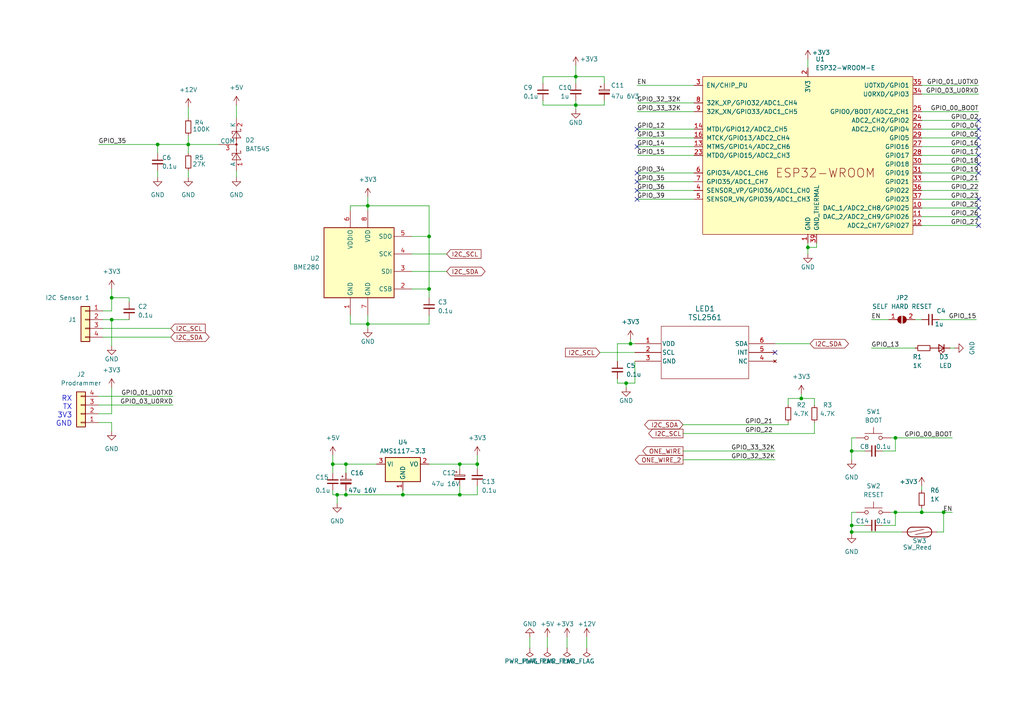
<source format=kicad_sch>
(kicad_sch (version 20230121) (generator eeschema)
  (paper "A4")
  (lib_symbols
    (symbol "1Display2:TSL25723FN" (pin_names (offset 0.254))
      (property "Reference" "LED" (at 20.32 10.16 0))
      (property "Value" "TSL25723FN" (at 20.32 7.62 0))
      (symbol "TSL25723FN_0_1"
        (polyline (pts (xy 7.62 -10.16) (xy 33.02 -10.16)) (stroke (width 0.127)))
        (polyline (pts (xy 7.62 5.08) (xy 7.62 -10.16)) (stroke (width 0.127)))
        (polyline (pts (xy 33.02 -10.16) (xy 33.02 5.08)) (stroke (width 0.127)))
        (polyline (pts (xy 33.02 5.08) (xy 7.62 5.08)) (stroke (width 0.127)))
        (pin power_in line (at 0 0 0) (length 7.62) (name "VDD") (number "1"))
        (pin unspecified line (at 0 -2.54 0) (length 7.62) (name "SCL") (number "2"))
        (pin power_out line (at 0 -5.08 0) (length 7.62) (name "GND") (number "3"))
        (pin no_connect line (at 40.64 -5.08 180) (length 7.62) (name "NC") (number "4"))
        (pin input line (at 40.64 -2.54 180) (length 7.62) (name "INT") (number "5"))
        (pin unspecified line (at 40.64 0 180) (length 7.62) (name "SDA") (number "6"))
      )
    )
    (symbol "Connector_Generic:Conn_01x04" (pin_names (offset 1.016) hide)
      (property "Reference" "J" (at 0 5.08 0))
      (property "Value" "Conn_01x04" (at 0 -7.62 0))
      (symbol "Conn_01x04_1_1"
        (rectangle (start -1.27 -4.953) (end 0 -5.207) (stroke (width 0.1524)))
        (rectangle (start -1.27 -2.413) (end 0 -2.667) (stroke (width 0.1524)))
        (rectangle (start -1.27 0.127) (end 0 -0.127) (stroke (width 0.1524)))
        (rectangle (start -1.27 2.667) (end 0 2.413) (stroke (width 0.1524)))
        (rectangle (start -1.27 3.81) (end 1.27 -6.35) (stroke (width 0.254)) (fill (type background)))
        (pin passive line (at -5.08 2.54 0) (length 3.81) (name "Pin_1") (number "1"))
        (pin passive line (at -5.08 0 0) (length 3.81) (name "Pin_2") (number "2"))
        (pin passive line (at -5.08 -2.54 0) (length 3.81) (name "Pin_3") (number "3"))
        (pin passive line (at -5.08 -5.08 0) (length 3.81) (name "Pin_4") (number "4"))
      )
    )
    (symbol "Device:C_Polarized_Small" (pin_numbers hide) (pin_names (offset 0.254) hide)
      (property "Reference" "C" (at 0.254 1.778 0))
      (property "Value" "C_Polarized_Small" (at 0.254 -2.032 0))
      (symbol "C_Polarized_Small_0_1"
        (rectangle (start -1.524 -0.3048) (end 1.524 -0.6858) (fill (type outline)))
        (rectangle (start -1.524 0.6858) (end 1.524 0.3048))
        (polyline (pts (xy -1.27 1.524) (xy -0.762 1.524)))
        (polyline (pts (xy -1.016 1.27) (xy -1.016 1.778)))
      )
      (symbol "C_Polarized_Small_1_1"
        (pin passive line (at 0 2.54 270) (length 1.8542) (name "~") (number "1"))
        (pin passive line (at 0 -2.54 90) (length 1.8542) (name "~") (number "2"))
      )
    )
    (symbol "Device:C_Small" (pin_numbers hide) (pin_names (offset 0.254) hide)
      (property "Reference" "C" (at 0.254 1.778 0))
      (property "Value" "C_Small" (at 0.254 -2.032 0))
      (symbol "C_Small_0_1"
        (polyline (pts (xy -1.524 -0.508) (xy 1.524 -0.508)) (stroke (width 0.3302)))
        (polyline (pts (xy -1.524 0.508) (xy 1.524 0.508)) (stroke (width 0.3048)))
      )
      (symbol "C_Small_1_1"
        (pin passive line (at 0 2.54 270) (length 2.032) (name "~") (number "1"))
        (pin passive line (at 0 -2.54 90) (length 2.032) (name "~") (number "2"))
      )
    )
    (symbol "Device:LED_Small" (pin_numbers hide) (pin_names (offset 0.254) hide)
      (property "Reference" "D" (at -1.27 3.175 0))
      (property "Value" "LED_Small" (at -4.445 -2.54 0))
      (symbol "LED_Small_0_1"
        (polyline (pts (xy -0.762 -1.016) (xy -0.762 1.016)) (stroke (width 0.254)))
        (polyline (pts (xy 1.016 0) (xy -0.762 0)))
        (polyline (pts (xy 0.762 -1.016) (xy -0.762 0) (xy 0.762 1.016) (xy 0.762 -1.016)) (stroke (width 0.254)))
        (polyline (pts (xy 0 0.762) (xy -0.508 1.27) (xy -0.254 1.27) (xy -0.508 1.27) (xy -0.508 1.016)))
        (polyline (pts (xy 0.508 1.27) (xy 0 1.778) (xy 0.254 1.778) (xy 0 1.778) (xy 0 1.524)))
      )
      (symbol "LED_Small_1_1"
        (pin passive line (at -2.54 0 0) (length 1.778) (name "K") (number "1"))
        (pin passive line (at 2.54 0 180) (length 1.778) (name "A") (number "2"))
      )
    )
    (symbol "Device:R_Small" (pin_numbers hide) (pin_names (offset 0.254) hide)
      (property "Reference" "R" (at 0.762 0.508 0))
      (property "Value" "R_Small" (at 0.762 -1.016 0))
      (symbol "R_Small_0_1"
        (rectangle (start -0.762 1.778) (end 0.762 -1.778) (stroke (width 0.2032)))
      )
      (symbol "R_Small_1_1"
        (pin passive line (at 0 2.54 270) (length 0.762) (name "~") (number "1"))
        (pin passive line (at 0 -2.54 90) (length 0.762) (name "~") (number "2"))
      )
    )
    (symbol "Diode:BAT54S" (pin_names (offset 0))
      (property "Reference" "D" (at 2.54 -5.08 0))
      (property "Value" "BAT54S" (at -6.35 3.175 0))
      (symbol "BAT54S_0_1"
        (polyline (pts (xy -3.81 0) (xy -1.27 0)))
        (polyline (pts (xy -3.175 -1.27) (xy -3.175 -1.016)))
        (polyline (pts (xy -2.54 -1.27) (xy -3.175 -1.27)))
        (polyline (pts (xy -2.54 -1.27) (xy -2.54 1.27)))
        (polyline (pts (xy -2.54 1.27) (xy -1.905 1.27)))
        (polyline (pts (xy -1.905 0) (xy 1.905 0)))
        (polyline (pts (xy -1.905 1.27) (xy -1.905 1.016)))
        (polyline (pts (xy 1.27 0) (xy 3.81 0)))
        (polyline (pts (xy 3.175 -1.27) (xy 3.175 -1.016)))
        (polyline (pts (xy 3.81 -1.27) (xy 3.175 -1.27)))
        (polyline (pts (xy 3.81 -1.27) (xy 3.81 1.27)))
        (polyline (pts (xy 3.81 1.27) (xy 4.445 1.27)))
        (polyline (pts (xy 4.445 1.27) (xy 4.445 1.016)))
        (polyline (pts (xy -4.445 1.27) (xy -4.445 -1.27) (xy -2.54 0) (xy -4.445 1.27)))
        (polyline (pts (xy 1.905 1.27) (xy 1.905 -1.27) (xy 3.81 0) (xy 1.905 1.27)))
        (circle (center 0 0) (radius 0.254) (fill (type outline)))
      )
      (symbol "BAT54S_1_1"
        (pin passive line (at -7.62 0 0) (length 3.81) (name "A") (number "1"))
        (pin passive line (at 7.62 0 180) (length 3.81) (name "K") (number "2"))
        (pin passive line (at 0 -5.08 90) (length 5.08) (name "COM") (number "3"))
      )
    )
    (symbol "Jumper:SolderJumper_2_Open" (pin_names (offset 0) hide)
      (property "Reference" "JP" (at 0 2.032 0))
      (property "Value" "SolderJumper_2_Open" (at 0 -2.54 0))
      (symbol "SolderJumper_2_Open_0_1"
        (arc (start -0.254 1.016) (mid -1.2656 0) (end -0.254 -1.016))
        (arc (start -0.254 1.016) (mid -1.2656 0) (end -0.254 -1.016) (fill (type outline)))
        (polyline (pts (xy -0.254 1.016) (xy -0.254 -1.016)))
        (polyline (pts (xy 0.254 1.016) (xy 0.254 -1.016)))
        (arc (start 0.254 -1.016) (mid 1.2656 0) (end 0.254 1.016))
        (arc (start 0.254 -1.016) (mid 1.2656 0) (end 0.254 1.016) (fill (type outline)))
      )
      (symbol "SolderJumper_2_Open_1_1"
        (pin passive line (at -3.81 0 0) (length 2.54) (name "A") (number "1"))
        (pin passive line (at 3.81 0 180) (length 2.54) (name "B") (number "2"))
      )
    )
    (symbol "PCM_Espressif:ESP32-WROOM-E" (pin_names (offset 1.016))
      (property "Reference" "U" (at -30.48 27.94 0))
      (property "Value" "ESP32-WROOM-E" (at -30.48 25.4 0))
      (symbol "ESP32-WROOM-E_0_1"
        (rectangle (start -30.48 22.86) (end 30.48 -22.86) (fill (type background)))
      )
      (symbol "ESP32-WROOM-E_1_1"
        (text "ESP32-­WROOM­" (at 5.08 -5.08 0) (effects (font (size 2.54 2.54))))
        (pin power_in line (at 0 -25.4 90) (length 2.54) (name "GND") (number "1"))
        (pin bidirectional line (at 33.02 -15.24 180) (length 2.54) (name "DAC_1/ADC2_CH8/GPIO25") (number "10"))
        (pin bidirectional line (at 33.02 -17.78 180) (length 2.54) (name "DAC_2/ADC2_CH9/GPIO26") (number "11"))
        (pin bidirectional line (at 33.02 -20.32 180) (length 2.54) (name "ADC2_CH7/GPIO27") (number "12"))
        (pin bidirectional line (at -33.02 2.54 0) (length 2.54) (name "MTMS/GPIO14/ADC2_CH6") (number "13"))
        (pin bidirectional line (at -33.02 7.62 0) (length 2.54) (name "MTDI/GPIO12/ADC2_CH5") (number "14"))
        (pin passive line (at 0 -25.4 90) (length 2.54) hide (name "GND") (number "15"))
        (pin bidirectional line (at -33.02 5.08 0) (length 2.54) (name "MTCK/GPIO13/ADC2_CH4") (number "16"))
        (pin power_in line (at 0 25.4 270) (length 2.54) (name "3V3") (number "2"))
        (pin bidirectional line (at -33.02 0 0) (length 2.54) (name "MTDO/GPIO15/ADC2_CH3") (number "23"))
        (pin bidirectional line (at 33.02 10.16 180) (length 2.54) (name "ADC2_CH2/GPIO2") (number "24"))
        (pin bidirectional line (at 33.02 12.7 180) (length 2.54) (name "GPIO0/BOOT/ADC2_CH1") (number "25"))
        (pin bidirectional line (at 33.02 7.62 180) (length 2.54) (name "ADC2_CH0/GPIO4") (number "26"))
        (pin bidirectional line (at 33.02 2.54 180) (length 2.54) (name "GPIO16") (number "27"))
        (pin bidirectional line (at 33.02 0 180) (length 2.54) (name "GPIO17") (number "28"))
        (pin bidirectional line (at 33.02 5.08 180) (length 2.54) (name "GPIO5") (number "29"))
        (pin input line (at -33.02 20.32 0) (length 2.54) (name "EN/CHIP_PU") (number "3"))
        (pin bidirectional line (at 33.02 -2.54 180) (length 2.54) (name "GPIO18") (number "30"))
        (pin bidirectional line (at 33.02 -5.08 180) (length 2.54) (name "GPIO19") (number "31"))
        (pin bidirectional line (at 33.02 -7.62 180) (length 2.54) (name "GPIO21") (number "33"))
        (pin bidirectional line (at 33.02 17.78 180) (length 2.54) (name "U0RXD/GPIO3") (number "34"))
        (pin bidirectional line (at 33.02 20.32 180) (length 2.54) (name "U0TXD/GPIO1") (number "35"))
        (pin bidirectional line (at 33.02 -10.16 180) (length 2.54) (name "GPIO22") (number "36"))
        (pin bidirectional line (at 33.02 -12.7 180) (length 2.54) (name "GPIO23") (number "37"))
        (pin passive line (at 0 -25.4 90) (length 2.54) hide (name "GND") (number "38"))
        (pin power_in line (at 2.54 -25.4 90) (length 2.54) (name "GND_THERMAL") (number "39"))
        (pin input line (at -33.02 -10.16 0) (length 2.54) (name "SENSOR_VP/GPIO36/ADC1_CH0") (number "4"))
        (pin input line (at -33.02 -12.7 0) (length 2.54) (name "SENSOR_VN/GPIO39/ADC1_CH3") (number "5"))
        (pin input line (at -33.02 -5.08 0) (length 2.54) (name "GPIO34/ADC1_CH6") (number "6"))
        (pin input line (at -33.02 -7.62 0) (length 2.54) (name "GPIO35/ADC1_CH7") (number "7"))
        (pin bidirectional line (at -33.02 15.24 0) (length 2.54) (name "32K_XP/GPIO32/ADC1_CH4") (number "8"))
        (pin bidirectional line (at -33.02 12.7 0) (length 2.54) (name "32K_XN/GPIO33/ADC1_CH5") (number "9"))
      )
    )
    (symbol "Regulator_Linear:AMS1117-5.0"
      (property "Reference" "U" (at -3.81 3.175 0))
      (property "Value" "AMS1117-5.0" (at 0 3.175 0))
      (symbol "AMS1117-5.0_0_1"
        (rectangle (start -5.08 -5.08) (end 5.08 1.905) (stroke (width 0.254)) (fill (type background)))
      )
      (symbol "AMS1117-5.0_1_1"
        (pin power_in line (at 0 -7.62 90) (length 2.54) (name "GND") (number "1"))
        (pin power_out line (at 7.62 0 180) (length 2.54) (name "VO") (number "2"))
        (pin power_in line (at -7.62 0 0) (length 2.54) (name "VI") (number "3"))
      )
    )
    (symbol "Sensor:BME280"
      (property "Reference" "U" (at -8.89 11.43 0))
      (property "Value" "BME280" (at 7.62 11.43 0))
      (symbol "BME280_0_1"
        (rectangle (start -10.16 10.16) (end 10.16 -10.16) (stroke (width 0.254)) (fill (type background)))
      )
      (symbol "BME280_1_1"
        (pin power_in line (at -2.54 -15.24 90) (length 5.08) (name "GND") (number "1"))
        (pin input line (at 15.24 -7.62 180) (length 5.08) (name "CSB") (number "2"))
        (pin bidirectional line (at 15.24 -2.54 180) (length 5.08) (name "SDI") (number "3"))
        (pin input line (at 15.24 2.54 180) (length 5.08) (name "SCK") (number "4"))
        (pin bidirectional line (at 15.24 7.62 180) (length 5.08) (name "SDO") (number "5"))
        (pin power_in line (at -2.54 15.24 270) (length 5.08) (name "VDDIO") (number "6"))
        (pin power_in line (at 2.54 -15.24 90) (length 5.08) (name "GND") (number "7"))
        (pin power_in line (at 2.54 15.24 270) (length 5.08) (name "VDD") (number "8"))
      )
    )
    (symbol "Switch:SW_Push" (pin_numbers hide) (pin_names (offset 1.016) hide)
      (property "Reference" "SW" (at 1.27 2.54 0))
      (property "Value" "SW_Push" (at 0 -1.524 0))
      (symbol "SW_Push_0_1"
        (circle (center -2.032 0) (radius 0.508))
        (polyline (pts (xy 0 1.27) (xy 0 3.048)))
        (polyline (pts (xy 2.54 1.27) (xy -2.54 1.27)))
        (circle (center 2.032 0) (radius 0.508))
        (pin passive line (at -5.08 0 0) (length 2.54) (name "1") (number "1"))
        (pin passive line (at 5.08 0 180) (length 2.54) (name "2") (number "2"))
      )
    )
    (symbol "Switch:SW_Reed" (pin_numbers hide) (pin_names (offset 0) hide)
      (property "Reference" "SW" (at 0 2.54 0))
      (property "Value" "SW_Reed" (at 0 -2.54 0))
      (symbol "SW_Reed_0_0"
        (arc (start -2.159 1.397) (mid -3.55 0) (end -2.159 -1.397) (stroke (width 0.254)))
        (polyline (pts (xy -2.54 0) (xy 1.27 0.762)))
        (polyline (pts (xy -2.159 -1.397) (xy 2.286 -1.397)) (stroke (width 0.254)))
        (polyline (pts (xy 2.159 1.397) (xy -2.159 1.397)) (stroke (width 0.254)))
        (polyline (pts (xy 2.54 0) (xy -1.27 -0.762)))
        (arc (start 2.159 -1.397) (mid 3.55 0) (end 2.159 1.397) (stroke (width 0.254)))
      )
      (symbol "SW_Reed_1_1"
        (pin passive line (at -5.08 0 0) (length 2.54) (name "1") (number "1"))
        (pin passive line (at 5.08 0 180) (length 2.54) (name "2") (number "2"))
      )
    )
    (symbol "power:+12V" (power) (pin_names (offset 0))
      (property "Value" "+12V" (at 0 3.556 0))
      (symbol "+12V_0_1"
        (polyline (pts (xy -0.762 1.27) (xy 0 2.54)))
        (polyline (pts (xy 0 0) (xy 0 2.54)))
        (polyline (pts (xy 0 2.54) (xy 0.762 1.27)))
      )
      (symbol "+12V_1_1"
        (pin power_in line (at 0 0 90) (length 0) hide (name "+12V") (number "1"))
      )
    )
    (symbol "power:+3V3" (power) (pin_names (offset 0))
      (property "Value" "+3V3" (at 0 3.556 0))
      (symbol "+3V3_0_1"
        (polyline (pts (xy -0.762 1.27) (xy 0 2.54)))
        (polyline (pts (xy 0 0) (xy 0 2.54)))
        (polyline (pts (xy 0 2.54) (xy 0.762 1.27)))
      )
      (symbol "+3V3_1_1"
        (pin power_in line (at 0 0 90) (length 0) hide (name "+3V3") (number "1"))
      )
    )
    (symbol "power:+5V" (power) (pin_names (offset 0))
      (property "Value" "+5V" (at 0 3.556 0))
      (symbol "+5V_0_1"
        (polyline (pts (xy -0.762 1.27) (xy 0 2.54)))
        (polyline (pts (xy 0 0) (xy 0 2.54)))
        (polyline (pts (xy 0 2.54) (xy 0.762 1.27)))
      )
      (symbol "+5V_1_1"
        (pin power_in line (at 0 0 90) (length 0) hide (name "+5V") (number "1"))
      )
    )
    (symbol "power:GND" (power) (pin_names (offset 0))
      (property "Value" "GND" (at 0 -3.81 0))
      (symbol "GND_0_1"
        (polyline (pts (xy 0 0) (xy 0 -1.27) (xy 1.27 -1.27) (xy 0 -2.54) (xy -1.27 -1.27) (xy 0 -1.27)))
      )
      (symbol "GND_1_1"
        (pin power_in line (at 0 0 270) (length 0) hide (name "GND") (number "1"))
      )
    )
    (symbol "power:PWR_FLAG" (power) (pin_numbers hide) (pin_names (offset 0) hide)
      (property "Value" "PWR_FLAG" (at 0 3.81 0))
      (symbol "PWR_FLAG_0_0"
        (pin power_out line (at 0 0 90) (length 0) (name "pwr") (number "1"))
      )
      (symbol "PWR_FLAG_0_1"
        (polyline (pts (xy 0 0) (xy 0 1.27) (xy -1.016 1.905) (xy 0 2.54) (xy 1.016 1.905) (xy 0 1.27)))
      )
    )
  )
  (junction (at 182.88 99.695))
  (junction (at 45.72 41.91))
  (junction (at 106.68 59.69))
  (junction (at 259.715 148.59))
  (junction (at 232.41 115.57))
  (junction (at 247.015 154.305))
  (junction (at 124.46 83.82))
  (junction (at 54.61 41.91))
  (junction (at 32.385 86.36))
  (junction (at 133.35 134.62))
  (junction (at 247.015 152.4))
  (junction (at 96.52 134.62))
  (junction (at 167.005 30.48))
  (junction (at 267.335 148.59))
  (junction (at 273.685 148.59))
  (junction (at 234.315 71.755))
  (junction (at 100.33 134.62))
  (junction (at 100.33 143.51))
  (junction (at 32.385 92.71))
  (junction (at 247.015 130.81))
  (junction (at 124.46 68.58))
  (junction (at 138.43 134.62))
  (junction (at 259.715 127))
  (junction (at 167.005 22.225))
  (junction (at 106.68 93.98))
  (junction (at 116.84 143.51))
  (junction (at 133.35 143.51))
  (junction (at 181.61 111.125))
  (junction (at 97.79 143.51))
  (no_connect (at 283.845 34.925))
  (no_connect (at 184.785 55.245))
  (no_connect (at 184.785 50.165))
  (no_connect (at 184.785 37.465))
  (no_connect (at 283.845 60.325))
  (no_connect (at 283.845 37.465))
  (no_connect (at 283.845 50.165))
  (no_connect (at 283.845 47.625))
  (no_connect (at 184.785 52.705))
  (no_connect (at 283.845 62.865))
  (no_connect (at 224.79 102.235))
  (no_connect (at 283.845 40.005))
  (no_connect (at 283.845 42.545))
  (no_connect (at 184.785 42.545))
  (no_connect (at 283.845 57.785))
  (no_connect (at 184.785 57.785))
  (no_connect (at 283.845 65.405))
  (no_connect (at 283.845 45.085))
  (wire (pts (xy 184.785 57.785) (xy 201.295 57.785)))
  (wire (pts (xy 255.905 152.4) (xy 259.715 152.4)))
  (wire (pts (xy 267.335 40.005) (xy 283.845 40.005)))
  (wire (pts (xy 267.335 55.245) (xy 283.845 55.245)))
  (wire (pts (xy 259.715 127) (xy 258.445 127)))
  (wire (pts (xy 116.84 142.24) (xy 116.84 143.51)))
  (wire (pts (xy 29.845 95.25) (xy 49.53 95.25)))
  (wire (pts (xy 179.07 111.125) (xy 179.07 109.855)))
  (wire (pts (xy 32.385 90.17) (xy 32.385 86.36)))
  (wire (pts (xy 175.26 24.13) (xy 175.26 22.225)))
  (wire (pts (xy 184.785 52.705) (xy 201.295 52.705)))
  (wire (pts (xy 272.415 92.71) (xy 283.21 92.71)))
  (wire (pts (xy 275.59 100.965) (xy 276.86 100.965)))
  (wire (pts (xy 138.43 132.08) (xy 138.43 134.62)))
  (wire (pts (xy 124.46 93.98) (xy 124.46 91.44)))
  (wire (pts (xy 68.58 30.48) (xy 68.58 34.29)))
  (wire (pts (xy 252.73 100.965) (xy 265.43 100.965)))
  (wire (pts (xy 54.61 49.53) (xy 54.61 51.435)))
  (wire (pts (xy 37.465 86.36) (xy 32.385 86.36)))
  (wire (pts (xy 106.68 93.98) (xy 106.68 95.25)))
  (wire (pts (xy 267.335 27.305) (xy 283.845 27.305)))
  (wire (pts (xy 250.825 152.4) (xy 247.015 152.4)))
  (wire (pts (xy 250.825 130.81) (xy 247.015 130.81)))
  (wire (pts (xy 182.88 98.425) (xy 182.88 99.695)))
  (wire (pts (xy 29.845 97.79) (xy 49.53 97.79)))
  (wire (pts (xy 68.58 49.53) (xy 68.58 51.435)))
  (wire (pts (xy 273.685 154.305) (xy 273.685 148.59)))
  (wire (pts (xy 184.785 50.165) (xy 201.295 50.165)))
  (wire (pts (xy 133.35 143.51) (xy 138.43 143.51)))
  (wire (pts (xy 236.855 71.755) (xy 234.315 71.755)))
  (wire (pts (xy 32.385 112.395) (xy 32.385 120.015)))
  (wire (pts (xy 236.22 115.57) (xy 232.41 115.57)))
  (wire (pts (xy 97.79 143.51) (xy 96.52 143.51)))
  (wire (pts (xy 175.26 29.21) (xy 175.26 30.48)))
  (wire (pts (xy 247.015 127) (xy 248.285 127)))
  (wire (pts (xy 32.385 120.015) (xy 28.575 120.015)))
  (wire (pts (xy 124.46 134.62) (xy 133.35 134.62)))
  (wire (pts (xy 45.72 49.53) (xy 45.72 51.435)))
  (wire (pts (xy 119.38 68.58) (xy 124.46 68.58)))
  (wire (pts (xy 96.52 134.62) (xy 96.52 137.16)))
  (wire (pts (xy 181.61 112.395) (xy 181.61 111.125)))
  (wire (pts (xy 157.48 22.225) (xy 157.48 24.13)))
  (wire (pts (xy 157.48 30.48) (xy 157.48 29.21)))
  (wire (pts (xy 32.385 122.555) (xy 32.385 125.095)))
  (wire (pts (xy 133.35 140.97) (xy 133.35 143.51)))
  (wire (pts (xy 45.72 41.91) (xy 54.61 41.91)))
  (wire (pts (xy 96.52 143.51) (xy 96.52 142.24)))
  (wire (pts (xy 247.015 148.59) (xy 248.285 148.59)))
  (wire (pts (xy 247.015 130.81) (xy 247.015 133.35)))
  (wire (pts (xy 184.15 102.235) (xy 173.99 102.235)))
  (wire (pts (xy 198.12 125.73) (xy 236.22 125.73)))
  (wire (pts (xy 267.335 32.385) (xy 283.845 32.385)))
  (wire (pts (xy 267.335 57.785) (xy 283.845 57.785)))
  (wire (pts (xy 267.335 45.085) (xy 283.845 45.085)))
  (wire (pts (xy 106.68 93.98) (xy 124.46 93.98)))
  (wire (pts (xy 198.12 123.19) (xy 228.6 123.19)))
  (wire (pts (xy 184.785 42.545) (xy 201.295 42.545)))
  (wire (pts (xy 247.015 154.305) (xy 247.015 154.94)))
  (wire (pts (xy 133.35 134.62) (xy 138.43 134.62)))
  (wire (pts (xy 32.385 92.71) (xy 37.465 92.71)))
  (wire (pts (xy 175.26 22.225) (xy 167.005 22.225)))
  (wire (pts (xy 167.005 22.225) (xy 167.005 24.13)))
  (wire (pts (xy 106.68 59.69) (xy 101.6 59.69)))
  (wire (pts (xy 184.785 29.845) (xy 201.295 29.845)))
  (wire (pts (xy 267.335 50.165) (xy 283.845 50.165)))
  (wire (pts (xy 100.33 142.24) (xy 100.33 143.51)))
  (wire (pts (xy 267.335 65.405) (xy 283.845 65.405)))
  (wire (pts (xy 124.46 68.58) (xy 124.46 83.82)))
  (wire (pts (xy 267.335 24.765) (xy 283.845 24.765)))
  (wire (pts (xy 167.005 30.48) (xy 175.26 30.48)))
  (wire (pts (xy 234.315 71.755) (xy 234.315 73.66)))
  (wire (pts (xy 167.005 31.75) (xy 167.005 30.48)))
  (wire (pts (xy 184.785 37.465) (xy 201.295 37.465)))
  (wire (pts (xy 101.6 93.98) (xy 106.68 93.98)))
  (wire (pts (xy 224.79 99.695) (xy 234.95 99.695)))
  (wire (pts (xy 138.43 143.51) (xy 138.43 140.97)))
  (wire (pts (xy 100.33 143.51) (xy 116.84 143.51)))
  (wire (pts (xy 170.18 184.785) (xy 170.18 187.96)))
  (wire (pts (xy 54.61 41.91) (xy 63.5 41.91)))
  (wire (pts (xy 37.465 87.63) (xy 37.465 86.36)))
  (wire (pts (xy 28.575 114.935) (xy 50.165 114.935)))
  (wire (pts (xy 252.73 92.71) (xy 257.81 92.71)))
  (wire (pts (xy 267.335 148.59) (xy 273.685 148.59)))
  (wire (pts (xy 100.33 134.62) (xy 109.22 134.62)))
  (wire (pts (xy 124.46 59.69) (xy 124.46 68.58)))
  (wire (pts (xy 267.335 140.97) (xy 267.335 142.24)))
  (wire (pts (xy 273.685 148.59) (xy 276.225 148.59)))
  (wire (pts (xy 234.315 17.145) (xy 234.315 19.685)))
  (wire (pts (xy 267.335 37.465) (xy 283.845 37.465)))
  (wire (pts (xy 184.15 111.125) (xy 181.61 111.125)))
  (wire (pts (xy 97.79 143.51) (xy 97.79 146.05)))
  (wire (pts (xy 32.385 100.33) (xy 32.385 92.71)))
  (wire (pts (xy 228.6 115.57) (xy 228.6 117.475)))
  (wire (pts (xy 267.335 62.865) (xy 283.845 62.865)))
  (wire (pts (xy 259.715 152.4) (xy 259.715 148.59)))
  (wire (pts (xy 106.68 59.69) (xy 124.46 59.69)))
  (wire (pts (xy 116.84 143.51) (xy 133.35 143.51)))
  (wire (pts (xy 164.465 184.785) (xy 164.465 187.96)))
  (wire (pts (xy 267.335 60.325) (xy 283.845 60.325)))
  (wire (pts (xy 236.855 70.485) (xy 236.855 71.755)))
  (wire (pts (xy 54.61 39.37) (xy 54.61 41.91)))
  (wire (pts (xy 181.61 111.125) (xy 179.07 111.125)))
  (wire (pts (xy 255.905 130.81) (xy 259.715 130.81)))
  (wire (pts (xy 179.07 99.695) (xy 182.88 99.695)))
  (wire (pts (xy 32.385 83.82) (xy 32.385 86.36)))
  (wire (pts (xy 184.785 55.245) (xy 201.295 55.245)))
  (wire (pts (xy 267.335 47.625) (xy 283.845 47.625)))
  (wire (pts (xy 54.61 41.91) (xy 54.61 44.45)))
  (wire (pts (xy 124.46 83.82) (xy 124.46 86.36)))
  (wire (pts (xy 138.43 134.62) (xy 138.43 135.89)))
  (wire (pts (xy 100.33 143.51) (xy 97.79 143.51)))
  (wire (pts (xy 184.785 32.385) (xy 201.295 32.385)))
  (wire (pts (xy 236.22 115.57) (xy 236.22 117.475)))
  (wire (pts (xy 106.68 57.15) (xy 106.68 59.69)))
  (wire (pts (xy 179.07 104.775) (xy 179.07 99.695)))
  (wire (pts (xy 267.335 52.705) (xy 283.845 52.705)))
  (wire (pts (xy 247.015 130.81) (xy 247.015 127)))
  (wire (pts (xy 101.6 91.44) (xy 101.6 93.98)))
  (wire (pts (xy 247.015 152.4) (xy 247.015 148.59)))
  (wire (pts (xy 167.005 19.05) (xy 167.005 22.225)))
  (wire (pts (xy 45.72 41.91) (xy 45.72 44.45)))
  (wire (pts (xy 124.46 83.82) (xy 119.38 83.82)))
  (wire (pts (xy 119.38 73.66) (xy 129.54 73.66)))
  (wire (pts (xy 259.715 148.59) (xy 258.445 148.59)))
  (wire (pts (xy 45.72 41.91) (xy 28.575 41.91)))
  (wire (pts (xy 32.385 92.71) (xy 29.845 92.71)))
  (wire (pts (xy 267.335 34.925) (xy 283.845 34.925)))
  (wire (pts (xy 259.715 127) (xy 276.225 127)))
  (wire (pts (xy 119.38 78.74) (xy 129.54 78.74)))
  (wire (pts (xy 133.35 134.62) (xy 133.35 135.89)))
  (wire (pts (xy 28.575 117.475) (xy 50.165 117.475)))
  (wire (pts (xy 198.12 133.35) (xy 224.79 133.35)))
  (wire (pts (xy 184.785 24.765) (xy 201.295 24.765)))
  (wire (pts (xy 228.6 122.555) (xy 228.6 123.19)))
  (wire (pts (xy 247.015 152.4) (xy 247.015 154.305)))
  (wire (pts (xy 106.68 60.96) (xy 106.68 59.69)))
  (wire (pts (xy 247.015 154.305) (xy 261.62 154.305)))
  (wire (pts (xy 267.335 42.545) (xy 283.845 42.545)))
  (wire (pts (xy 106.68 91.44) (xy 106.68 93.98)))
  (wire (pts (xy 267.335 147.32) (xy 267.335 148.59)))
  (wire (pts (xy 153.67 184.785) (xy 153.67 187.96)))
  (wire (pts (xy 28.575 122.555) (xy 32.385 122.555)))
  (wire (pts (xy 54.61 31.115) (xy 54.61 34.29)))
  (wire (pts (xy 224.79 130.81) (xy 198.12 130.81)))
  (wire (pts (xy 96.52 132.08) (xy 96.52 134.62)))
  (wire (pts (xy 259.715 148.59) (xy 267.335 148.59)))
  (wire (pts (xy 232.41 114.3) (xy 232.41 115.57)))
  (wire (pts (xy 184.785 40.005) (xy 201.295 40.005)))
  (wire (pts (xy 100.33 134.62) (xy 100.33 137.16)))
  (wire (pts (xy 232.41 115.57) (xy 228.6 115.57)))
  (wire (pts (xy 167.005 29.21) (xy 167.005 30.48)))
  (wire (pts (xy 29.845 90.17) (xy 32.385 90.17)))
  (wire (pts (xy 265.43 92.71) (xy 267.335 92.71)))
  (wire (pts (xy 236.22 122.555) (xy 236.22 125.73)))
  (wire (pts (xy 101.6 59.69) (xy 101.6 60.96)))
  (wire (pts (xy 184.785 45.085) (xy 201.295 45.085)))
  (wire (pts (xy 234.315 70.485) (xy 234.315 71.755)))
  (wire (pts (xy 167.005 22.225) (xy 157.48 22.225)))
  (wire (pts (xy 157.48 30.48) (xy 167.005 30.48)))
  (wire (pts (xy 271.78 154.305) (xy 273.685 154.305)))
  (wire (pts (xy 96.52 134.62) (xy 100.33 134.62)))
  (wire (pts (xy 184.15 104.775) (xy 184.15 111.125)))
  (wire (pts (xy 158.75 184.785) (xy 158.75 187.96)))
  (wire (pts (xy 259.715 130.81) (xy 259.715 127)))
  (wire (pts (xy 182.88 99.695) (xy 184.15 99.695)))
  (text "RX\nTX\n3V3\nGND" (at 20.955 123.825 0) (effects (font (size 1.5 1.5)) (justify right bottom)))
  (label "GPIO_15" (at 184.785 45.085 0))
  (label "EN" (at 252.73 92.71 0))
  (label "GPIO_19" (at 283.845 50.165 180))
  (label "GPIO_33_32K" (at 224.79 130.81 180))
  (label "GPIO_03_U0RXD" (at 283.845 27.305 180))
  (label "GPIO_00_BOOT" (at 276.225 127 180))
  (label "GPIO_35" (at 28.575 41.91 0))
  (label "GPIO_39" (at 184.785 57.785 0))
  (label "GPIO_23" (at 283.845 57.785 180))
  (label "GPIO_21" (at 283.845 52.705 180))
  (label "GPIO_05" (at 283.845 40.005 180))
  (label "GPIO_33_32K" (at 184.785 32.385 0))
  (label "GPIO_01_U0TXD" (at 50.165 114.935 180))
  (label "GPIO_27" (at 283.845 65.405 180))
  (label "GPIO_32_32K" (at 224.79 133.35 180))
  (label "GPIO_32_32K" (at 184.785 29.845 0))
  (label "GPIO_12" (at 184.785 37.465 0))
  (label "GPIO_17" (at 283.845 45.085 180))
  (label "GPIO_16" (at 283.845 42.545 180))
  (label "GPIO_15" (at 283.21 92.71 180))
  (label "GPIO_02" (at 283.845 34.925 180))
  (label "GPIO_26" (at 283.845 62.865 180))
  (label "GPIO_22" (at 224.155 125.73 180))
  (label "GPIO_13" (at 252.73 100.965 0))
  (label "GPIO_18" (at 283.845 47.625 180))
  (label "GPIO_22" (at 283.845 55.245 180))
  (label "GPIO_01_U0TXD" (at 283.845 24.765 180))
  (label "EN" (at 276.225 148.59 180))
  (label "GPIO_14" (at 184.785 42.545 0))
  (label "GPIO_04" (at 283.845 37.465 180))
  (label "GPIO_34" (at 184.785 50.165 0))
  (label "EN" (at 184.785 24.765 0))
  (label "GPIO_00_BOOT" (at 283.845 32.385 180))
  (label "GPIO_21" (at 224.155 123.19 180))
  (label "GPIO_25" (at 283.845 60.325 180))
  (label "GPIO_35" (at 184.785 52.705 0))
  (label "GPIO_03_U0RXD" (at 50.165 117.475 180))
  (label "GPIO_13" (at 184.785 40.005 0))
  (label "GPIO_36" (at 184.785 55.245 0))
  (global_label "I2C_SDA" (shape bidirectional) (at 234.95 99.695 0) (property "Intersheetrefs" "${INTERSHEET_REFS}" (effects hide)))
  (global_label "ONE_WIRE" (shape output) (at 198.12 130.81 180) (property "Intersheetrefs" "${INTERSHEET_REFS}" (effects hide)))
  (global_label "I2C_SCL" (shape output) (at 198.12 125.73 180) (property "Intersheetrefs" "${INTERSHEET_REFS}" (effects hide)))
  (global_label "I2C_SDA" (shape bidirectional) (at 49.53 97.79 0) (property "Intersheetrefs" "${INTERSHEET_REFS}" (effects hide)))
  (global_label "ONE_WIRE_2" (shape output) (at 198.12 133.35 180) (property "Intersheetrefs" "${INTERSHEET_REFS}" (effects hide)))
  (global_label "I2C_SCL" (shape input) (at 129.54 73.66 0) (property "Intersheetrefs" "${INTERSHEET_REFS}" (effects hide)))
  (global_label "I2C_SDA" (shape bidirectional) (at 129.54 78.74 0) (property "Intersheetrefs" "${INTERSHEET_REFS}" (effects hide)))
  (global_label "I2C_SCL" (shape input) (at 49.53 95.25 0) (property "Intersheetrefs" "${INTERSHEET_REFS}" (effects hide)))
  (global_label "I2C_SCL" (shape input) (at 173.99 102.235 180) (property "Intersheetrefs" "${INTERSHEET_REFS}" (effects hide)))
  (global_label "I2C_SDA" (shape bidirectional) (at 198.12 123.19 180) (property "Intersheetrefs" "${INTERSHEET_REFS}" (effects hide)))
  (symbol (lib_id "power:+3V3") (at 32.385 83.82 0) (unit 1)
    (property "Reference" "#PWR08" (effects hide))
    (property "Value" "+3V3" (at 32.385 78.74 0))
    (instances (project "LED Matrix Display" (path "" (reference "#PWR08") (unit 1)) (path "" (reference "#PWR08") (unit 1))) (project "CAN_DISPLAY" (path "" (reference "#PWR?") (unit 1))))
  )
  (symbol (lib_id "power:+3V3") (at 182.88 98.425 0) (unit 1)
    (property "Reference" "#PWR010" (effects hide))
    (property "Value" "+3V3" (at 182.88 93.345 0))
    (instances (project "LED Matrix Display" (path "" (reference "#PWR010") (unit 1)) (path "" (reference "#PWR010") (unit 1))) (project "CAN_DISPLAY" (path "" (reference "#PWR?") (unit 1))))
  )
  (symbol (lib_id "power:GND") (at 106.68 95.25 0) (mirror y) (unit 1)
    (property "Reference" "#PWR09" (effects hide))
    (property "Value" "GND" (at 106.68 99.06 0))
    (instances (project "LED Matrix Display" (path "" (reference "#PWR09") (unit 1)) (path "" (reference "#PWR09") (unit 1))) (project "CAN_DISPLAY" (path "" (reference "#PWR?") (unit 1))))
  )
  (symbol (lib_id "power:GND") (at 247.015 133.35 0) (unit 1)
    (property "Reference" "#PWR020" (effects hide))
    (property "Value" "GND" (at 247.015 138.43 0))
    (instances (project "LED Matrix Display" (path "" (reference "#PWR020") (unit 1)) (path "" (reference "#PWR020") (unit 1))) (project "CAN_DISPLAY" (path "" (reference "#PWR?") (unit 1))))
  )
  (symbol (lib_id "Device:R_Small") (at 228.6 120.015 180) (unit 1)
    (property "Reference" "R2" (at 232.41 117.475 0))
    (property "Value" "4.7K" (at 232.41 120.015 0))
    (property "Footprint" "Resistor_SMD:R_0805_2012Metric_Pad1.20x1.40mm_HandSolder" (effects hide))
    (instances (project "LED Matrix Display" (path "" (reference "R2") (unit 1)) (path "" (reference "R2") (unit 1))) (project "CAN_DISPLAY" (path "" (reference "R?") (unit 1)) (path "" (reference "R?") (unit 1)) (path "" (reference "R?") (unit 1))))
  )
  (symbol (lib_id "power:+5V") (at 68.58 30.48 0) (unit 1)
    (property "Reference" "#PWR024" (effects hide))
    (property "Value" "+5V" (at 68.58 25.4 0))
    (instances (project "LED Matrix Display" (path "" (reference "#PWR024") (unit 1)) (path "" (reference "#PWR022") (unit 1))) (project "CAN_DISPLAY" (path "" (reference "#PWR?") (unit 1)) (path "" (reference "#PWR?") (unit 1))))
  )
  (symbol (lib_id "Device:C_Small") (at 138.43 138.43 0) (unit 1)
    (property "Reference" "C13" (at 139.7 139.7 0) (effects (justify left)))
    (property "Value" "0.1u" (at 139.7 142.24 0) (effects (justify left)))
    (property "Footprint" "Capacitor_SMD:C_0805_2012Metric_Pad1.18x1.45mm_HandSolder" (effects hide))
    (instances (project "LED Matrix Display" (path "" (reference "C13") (unit 1)) (path "" (reference "C13") (unit 1))) (project "CAN_DISPLAY" (path "" (reference "C?") (unit 1)) (path "" (reference "C?") (unit 1)) (path "" (reference "C?") (unit 1))))
  )
  (symbol (lib_id "Jumper:SolderJumper_2_Open") (at 261.62 92.71 0) (unit 1)
    (property "Reference" "JP2" (at 261.62 86.36 0))
    (property "Value" "SELF HARD RESET" (at 261.62 88.9 0))
    (property "Footprint" "Jumper:SolderJumper-2_P1.3mm_Open_RoundedPad1.0x1.5mm" (effects hide))
    (instances (project "LED Matrix Display" (path "" (reference "JP2") (unit 1)) (path "" (reference "JP2") (unit 1))) (project "CAN_DISPLAY" (path "" (reference "JP?") (unit 1))))
  )
  (symbol (lib_id "power:GND") (at 167.005 31.75 0) (mirror y) (unit 1)
    (property "Reference" "#PWR026" (effects hide))
    (property "Value" "GND" (at 167.005 35.56 0))
    (instances (project "LED Matrix Display" (path "" (reference "#PWR026") (unit 1)) (path "" (reference "#PWR026") (unit 1))) (project "CAN_DISPLAY" (path "" (reference "#PWR?") (unit 1)) (path "" (reference "#PWR?") (unit 1))))
  )
  (symbol (lib_id "Connector_Generic:Conn_01x04") (at 23.495 120.015 180) (unit 1)
    (property "Reference" "J2" (at 23.495 108.585 0))
    (property "Value" "Prodrammer" (at 23.495 111.125 0))
    (property "Footprint" "Connector_JST:JST_PH_S4B-PH-SM4-TB_1x04-1MP_P2.00mm_Horizontal" (effects hide))
    (instances (project "LED Matrix Display" (path "" (reference "J2") (unit 1)) (path "" (reference "J2") (unit 1))) (project "CAN_DISPLAY" (path "" (reference "J?") (unit 1)) (path "" (reference "J?") (unit 1))))
  )
  (symbol (lib_id "Device:R_Small") (at 267.335 144.78 180) (unit 1)
    (property "Reference" "R6" (at 271.145 142.24 0))
    (property "Value" "1K" (at 271.145 144.78 0))
    (property "Footprint" "Resistor_SMD:R_0805_2012Metric_Pad1.20x1.40mm_HandSolder" (effects hide))
    (instances (project "LED Matrix Display" (path "" (reference "R6") (unit 1)) (path "" (reference "R6") (unit 1))) (project "CAN_DISPLAY" (path "" (reference "R?") (unit 1)) (path "" (reference "R?") (unit 1)) (path "" (reference "R?") (unit 1))))
  )
  (symbol (lib_id "power:PWR_FLAG") (at 164.465 187.96 180) (unit 1)
    (property "Reference" "#FLG04" (effects hide))
    (property "Value" "PWR_FLAG" (at 161.925 191.77 0))
    (instances (project "LED Matrix Display" (path "" (reference "#FLG04") (unit 1)) (path "" (reference "#FLG04") (unit 1))) (project "CAN_DISPLAY" (path "" (reference "#FLG?") (unit 1)) (path "" (reference "#FLG?") (unit 1))))
  )
  (symbol (lib_id "power:GND") (at 32.385 125.095 0) (unit 1)
    (property "Reference" "#PWR018" (effects hide))
    (property "Value" "GND" (at 32.385 130.175 0))
    (instances (project "LED Matrix Display" (path "" (reference "#PWR018") (unit 1)) (path "" (reference "#PWR018") (unit 1))) (project "CAN_DISPLAY" (path "" (reference "#PWR?") (unit 1)) (path "" (reference "#PWR?") (unit 1))))
  )
  (symbol (lib_id "power:+3V3") (at 138.43 132.08 0) (unit 1)
    (property "Reference" "#PWR025" (effects hide))
    (property "Value" "+3V3" (at 138.43 127 0))
    (instances (project "LED Matrix Display" (path "" (reference "#PWR025") (unit 1)) (path "" (reference "#PWR025") (unit 1))) (project "CAN_DISPLAY" (path "" (reference "#PWR?") (unit 1)) (path "" (reference "#PWR?") (unit 1))))
  )
  (symbol (lib_id "Device:C_Small") (at 253.365 152.4 90) (unit 1)
    (property "Reference" "C14" (at 252.095 151.13 90) (effects (justify left)))
    (property "Value" "0.1u" (at 258.445 151.13 90) (effects (justify left)))
    (property "Footprint" "Capacitor_SMD:C_0805_2012Metric_Pad1.18x1.45mm_HandSolder" (effects hide))
    (instances (project "LED Matrix Display" (path "" (reference "C14") (unit 1)) (path "" (reference "C14") (unit 1))) (project "CAN_DISPLAY" (path "" (reference "C?") (unit 1)) (path "" (reference "C?") (unit 1)) (path "" (reference "C?") (unit 1)) (path "" (reference "C?") (unit 1))))
  )
  (symbol (lib_id "power:GND") (at 181.61 112.395 0) (mirror y) (unit 1)
    (property "Reference" "#PWR016" (effects hide))
    (property "Value" "GND" (at 181.61 116.205 0))
    (instances (project "LED Matrix Display" (path "" (reference "#PWR016") (unit 1)) (path "" (reference "#PWR016") (unit 1))) (project "CAN_DISPLAY" (path "" (reference "#PWR?") (unit 1))))
  )
  (symbol (lib_id "Device:C_Small") (at 167.005 26.67 0) (unit 1)
    (property "Reference" "C10" (at 161.925 25.4 0) (effects (justify left)))
    (property "Value" "1u" (at 162.56 27.94 0) (effects (justify left)))
    (property "Footprint" "Capacitor_SMD:C_0805_2012Metric_Pad1.18x1.45mm_HandSolder" (effects hide))
    (instances (project "LED Matrix Display" (path "" (reference "C10") (unit 1)) (path "" (reference "C10") (unit 1))) (project "CAN_DISPLAY" (path "" (reference "C?") (unit 1)) (path "" (reference "C?") (unit 1))))
  )
  (symbol (lib_id "power:PWR_FLAG") (at 170.18 187.96 180) (unit 1)
    (property "Reference" "#FLG05" (effects hide))
    (property "Value" "PWR_FLAG" (at 167.64 191.77 0))
    (instances (project "LED Matrix Display" (path "" (reference "#FLG05") (unit 1)) (path "" (reference "#FLG05") (unit 1))) (project "CAN_DISPLAY" (path "" (reference "#FLG?") (unit 1)) (path "" (reference "#FLG?") (unit 1))))
  )
  (symbol (lib_id "Device:C_Small") (at 157.48 26.67 0) (unit 1)
    (property "Reference" "C9" (at 151.765 25.4 0) (effects (justify left)))
    (property "Value" "0.1u" (at 151.765 27.94 0) (effects (justify left)))
    (property "Footprint" "Capacitor_SMD:C_0805_2012Metric_Pad1.18x1.45mm_HandSolder" (effects hide))
    (instances (project "LED Matrix Display" (path "" (reference "C9") (unit 1)) (path "" (reference "C9") (unit 1))) (project "CAN_DISPLAY" (path "" (reference "C?") (unit 1)) (path "" (reference "C?") (unit 1))))
  )
  (symbol (lib_id "power:GND") (at 45.72 51.435 0) (unit 1)
    (property "Reference" "#PWR013" (effects hide))
    (property "Value" "GND" (at 45.72 56.515 0))
    (instances (project "LED Matrix Display" (path "" (reference "#PWR013") (unit 1))) (project "CAN_DISPLAY" (path "" (reference "#PWR076") (unit 1))))
  )
  (symbol (lib_id "PCM_Espressif:ESP32-WROOM-E") (at 234.315 45.085 0) (unit 1)
    (property "Reference" "U1" (at 236.5091 17.145 0) (effects (justify left)))
    (property "Value" "ESP32-WROOM-E" (at 236.5091 19.685 0) (effects (justify left)))
    (property "Footprint" "PCM_Espressif:ESP32-WROOM-32E" (effects hide))
    (property "Datasheet" "https://www.espressif.com/sites/default/files/documentation/esp32-wroom-32e_esp32-wroom-32ue_datasheet_en.pdf" (effects hide))
  )
  (symbol (lib_id "power:+3V3") (at 267.335 140.97 0) (unit 1)
    (property "Reference" "#PWR023" (effects hide))
    (property "Value" "+3V3" (at 263.525 139.7 0))
    (instances (project "LED Matrix Display" (path "" (reference "#PWR023") (unit 1)) (path "" (reference "#PWR023") (unit 1))) (project "CAN_DISPLAY" (path "" (reference "#PWR?") (unit 1))))
  )
  (symbol (lib_id "Connector_Generic:Conn_01x04") (at 24.765 92.71 0) (mirror y) (unit 1)
    (property "Reference" "J1" (at 22.225 92.71 0) (effects (justify left)))
    (property "Value" "I2C Sensor 1" (at 26.035 86.36 0) (effects (justify left)))
    (property "Footprint" "Connector_JST:JST_PH_S4B-PH-SM4-TB_1x04-1MP_P2.00mm_Horizontal" (effects hide))
    (instances (project "LED Matrix Display" (path "" (reference "J1") (unit 1)) (path "" (reference "J1") (unit 1))) (project "CAN_DISPLAY" (path "" (reference "J?") (unit 1))))
  )
  (symbol (lib_id "Device:C_Small") (at 37.465 90.17 0) (unit 1)
    (property "Reference" "C2" (at 40.005 88.9063 0) (effects (justify left)))
    (property "Value" "0.1u" (at 40.005 91.4463 0) (effects (justify left)))
    (property "Footprint" "Capacitor_SMD:C_0805_2012Metric_Pad1.18x1.45mm_HandSolder" (effects hide))
    (instances (project "LED Matrix Display" (path "" (reference "C2") (unit 1)) (path "" (reference "C2") (unit 1))) (project "CAN_DISPLAY" (path "" (reference "C?") (unit 1))))
  )
  (symbol (lib_id "Device:C_Small") (at 45.72 46.99 0) (unit 1)
    (property "Reference" "C6" (at 46.99 45.72 0) (effects (justify left)))
    (property "Value" "0.1u" (at 46.99 48.26 0) (effects (justify left)))
    (property "Footprint" "Capacitor_SMD:C_0805_2012Metric_Pad1.18x1.45mm_HandSolder" (effects hide))
    (instances (project "LED Matrix Display" (path "" (reference "C6") (unit 1))) (project "CAN_DISPLAY" (path "" (reference "C5") (unit 1)) (path "" (reference "C12") (unit 1)) (path "" (reference "C24") (unit 1))))
  )
  (symbol (lib_id "Regulator_Linear:AMS1117-5.0") (at 116.84 134.62 0) (unit 1)
    (property "Reference" "U4" (at 116.84 128.27 0))
    (property "Value" "AMS1117-3.3" (at 116.84 130.81 0))
    (property "Footprint" "Package_TO_SOT_SMD:SOT-223-3_TabPin2" (effects hide))
    (property "Datasheet" "http://www.advanced-monolithic.com/pdf/ds1117.pdf" (effects hide))
    (instances (project "LED Matrix Display" (path "" (reference "U4") (unit 1)) (path "" (reference "U4") (unit 1))) (project "CAN_DISPLAY" (path "" (reference "U?") (unit 1)) (path "" (reference "U?") (unit 1))))
  )
  (symbol (lib_id "Device:R_Small") (at 54.61 46.99 180) (unit 1)
    (property "Reference" "R5" (at 57.785 45.72 0))
    (property "Value" "27K" (at 57.785 47.625 0))
    (property "Footprint" "Resistor_SMD:R_0805_2012Metric_Pad1.20x1.40mm_HandSolder" (effects hide))
    (instances (project "LED Matrix Display" (path "" (reference "R5") (unit 1))) (project "CAN_DISPLAY" (path "" (reference "R2") (unit 1)) (path "" (reference "R22") (unit 1)) (path "" (reference "R18") (unit 1))))
  )
  (symbol (lib_id "power:GND") (at 153.67 184.785 180) (unit 1)
    (property "Reference" "#PWR034" (effects hide))
    (property "Value" "GND" (at 153.67 180.975 0))
    (instances (project "LED Matrix Display" (path "" (reference "#PWR034") (unit 1)) (path "" (reference "#PWR034") (unit 1))) (project "CAN_DISPLAY" (path "" (reference "#PWR?") (unit 1))))
  )
  (symbol (lib_id "1Display2:TSL25723FN") (at 184.15 99.695 0) (unit 1)
    (property "Reference" "LED1" (at 204.47 89.535 0) (effects (font (size 1.524 1.524))))
    (property "Value" "TSL2561" (at 204.47 92.075 0) (effects (font (size 1.524 1.524))))
    (property "Footprint" "1Display:TSL2561" (effects hide))
    (property "Datasheet" "TSL25723FN" (effects hide))
    (instances (project "LED Matrix Display" (path "" (reference "LED1") (unit 1)) (path "" (reference "LED1") (unit 1))) (project "CAN_DISPLAY" (path "" (reference "LED?") (unit 1))))
  )
  (symbol (lib_id "Device:C_Small") (at 179.07 107.315 0) (unit 1)
    (property "Reference" "C5" (at 181.61 106.0513 0) (effects (justify left)))
    (property "Value" "0.1u" (at 181.61 108.5913 0) (effects (justify left)))
    (property "Footprint" "Capacitor_SMD:C_0805_2012Metric_Pad1.18x1.45mm_HandSolder" (effects hide))
    (instances (project "LED Matrix Display" (path "" (reference "C5") (unit 1)) (path "" (reference "C5") (unit 1))) (project "CAN_DISPLAY" (path "" (reference "C?") (unit 1))))
  )
  (symbol (lib_id "power:PWR_FLAG") (at 153.67 187.96 180) (unit 1)
    (property "Reference" "#FLG02" (effects hide))
    (property "Value" "PWR_FLAG" (at 151.13 191.77 0))
    (instances (project "LED Matrix Display" (path "" (reference "#FLG02") (unit 1)) (path "" (reference "#FLG02") (unit 1))) (project "CAN_DISPLAY" (path "" (reference "#FLG?") (unit 1)) (path "" (reference "#FLG?") (unit 1))))
  )
  (symbol (lib_id "power:GND") (at 32.385 100.33 0) (mirror y) (unit 1)
    (property "Reference" "#PWR011" (effects hide))
    (property "Value" "GND" (at 32.385 104.14 0))
    (instances (project "LED Matrix Display" (path "" (reference "#PWR011") (unit 1)) (path "" (reference "#PWR011") (unit 1))) (project "CAN_DISPLAY" (path "" (reference "#PWR?") (unit 1))))
  )
  (symbol (lib_id "power:+3V3") (at 167.005 19.05 0) (unit 1)
    (property "Reference" "#PWR021" (effects hide))
    (property "Value" "+3V3" (at 170.815 17.145 0))
    (instances (project "LED Matrix Display" (path "" (reference "#PWR021") (unit 1)) (path "" (reference "#PWR021") (unit 1))) (project "CAN_DISPLAY" (path "" (reference "#PWR?") (unit 1))))
  )
  (symbol (lib_id "Device:R_Small") (at 267.97 100.965 270) (unit 1)
    (property "Reference" "R1" (at 266.065 103.505 90))
    (property "Value" "1K" (at 266.065 106.045 90))
    (property "Footprint" "Resistor_SMD:R_0805_2012Metric_Pad1.20x1.40mm_HandSolder" (effects hide))
    (instances (project "LED Matrix Display" (path "" (reference "R1") (unit 1)) (path "" (reference "R1") (unit 1))) (project "CAN_DISPLAY" (path "" (reference "R?") (unit 1)) (path "" (reference "R?") (unit 1)) (path "" (reference "R?") (unit 1))))
  )
  (symbol (lib_id "Device:C_Small") (at 124.46 88.9 0) (unit 1)
    (property "Reference" "C3" (at 127 87.6363 0) (effects (justify left)))
    (property "Value" "0.1u" (at 127 90.1763 0) (effects (justify left)))
    (property "Footprint" "Capacitor_SMD:C_0805_2012Metric_Pad1.18x1.45mm_HandSolder" (effects hide))
    (instances (project "LED Matrix Display" (path "" (reference "C3") (unit 1)) (path "" (reference "C3") (unit 1))) (project "CAN_DISPLAY" (path "" (reference "C?") (unit 1))))
  )
  (symbol (lib_id "Device:C_Small") (at 253.365 130.81 90) (unit 1)
    (property "Reference" "C8" (at 252.095 129.54 90) (effects (justify left)))
    (property "Value" "0.1u" (at 258.445 129.54 90) (effects (justify left)))
    (property "Footprint" "Capacitor_SMD:C_0805_2012Metric_Pad1.18x1.45mm_HandSolder" (effects hide))
    (instances (project "LED Matrix Display" (path "" (reference "C8") (unit 1)) (path "" (reference "C8") (unit 1))) (project "CAN_DISPLAY" (path "" (reference "C?") (unit 1)) (path "" (reference "C?") (unit 1)) (path "" (reference "C?") (unit 1)) (path "" (reference "C?") (unit 1))))
  )
  (symbol (lib_id "power:+3V3") (at 232.41 114.3 0) (unit 1)
    (property "Reference" "#PWR017" (effects hide))
    (property "Value" "+3V3" (at 232.41 109.22 0))
    (instances (project "LED Matrix Display" (path "" (reference "#PWR017") (unit 1)) (path "" (reference "#PWR017") (unit 1))) (project "CAN_DISPLAY" (path "" (reference "#PWR?") (unit 1))))
  )
  (symbol (lib_id "power:+5V") (at 158.75 184.785 0) (unit 1)
    (property "Reference" "#PWR035" (effects hide))
    (property "Value" "+5V" (at 158.75 180.975 0))
  )
  (symbol (lib_id "power:+5V") (at 96.52 132.08 0) (unit 1)
    (property "Reference" "#PWR024" (effects hide))
    (property "Value" "+5V" (at 96.52 127 0))
    (instances (project "LED Matrix Display" (path "" (reference "#PWR024") (unit 1)) (path "" (reference "#PWR024") (unit 1))) (project "CAN_DISPLAY" (path "" (reference "#PWR?") (unit 1)) (path "" (reference "#PWR?") (unit 1))))
  )
  (symbol (lib_id "power:GND") (at 97.79 146.05 0) (unit 1)
    (property "Reference" "#PWR029" (effects hide))
    (property "Value" "GND" (at 97.79 151.13 0))
    (instances (project "LED Matrix Display" (path "" (reference "#PWR029") (unit 1)) (path "" (reference "#PWR029") (unit 1))) (project "CAN_DISPLAY" (path "" (reference "#PWR?") (unit 1))))
  )
  (symbol (lib_id "power:GND") (at 276.86 100.965 90) (unit 1)
    (property "Reference" "#PWR012" (effects hide))
    (property "Value" "GND" (at 281.94 100.965 0))
    (instances (project "LED Matrix Display" (path "" (reference "#PWR012") (unit 1)) (path "" (reference "#PWR012") (unit 1))) (project "CAN_DISPLAY" (path "" (reference "#PWR?") (unit 1)) (path "" (reference "#PWR?") (unit 1))))
  )
  (symbol (lib_id "power:GND") (at 247.015 154.94 0) (unit 1)
    (property "Reference" "#PWR028" (effects hide))
    (property "Value" "GND" (at 247.015 160.02 0))
    (instances (project "LED Matrix Display" (path "" (reference "#PWR028") (unit 1)) (path "" (reference "#PWR028") (unit 1))) (project "CAN_DISPLAY" (path "" (reference "#PWR?") (unit 1))))
  )
  (symbol (lib_id "Device:R_Small") (at 236.22 120.015 180) (unit 1)
    (property "Reference" "R3" (at 240.03 117.475 0))
    (property "Value" "4.7K" (at 240.03 120.015 0))
    (property "Footprint" "Resistor_SMD:R_0805_2012Metric_Pad1.20x1.40mm_HandSolder" (effects hide))
    (instances (project "LED Matrix Display" (path "" (reference "R3") (unit 1)) (path "" (reference "R3") (unit 1))) (project "CAN_DISPLAY" (path "" (reference "R?") (unit 1)) (path "" (reference "R?") (unit 1)) (path "" (reference "R?") (unit 1))))
  )
  (symbol (lib_id "Sensor:BME280") (at 104.14 76.2 0) (unit 1)
    (property "Reference" "U2" (at 92.71 74.93 0) (effects (justify right)))
    (property "Value" "BME280" (at 92.71 77.47 0) (effects (justify right)))
    (property "Footprint" "Package_LGA:Bosch_LGA-8_2.5x2.5mm_P0.65mm_ClockwisePinNumbering" (effects hide))
    (property "Datasheet" "https://www.bosch-sensortec.com/media/boschsensortec/downloads/datasheets/bst-bme280-ds002.pdf" (effects hide))
    (instances (project "LED Matrix Display" (path "" (reference "U2") (unit 1)) (path "" (reference "U2") (unit 1))) (project "CAN_DISPLAY" (path "" (reference "U?") (unit 1))))
  )
  (symbol (lib_id "power:+3V3") (at 234.315 17.145 0) (unit 1)
    (property "Reference" "#PWR01" (effects hide))
    (property "Value" "+3V3" (at 238.125 15.24 0))
    (instances (project "LED Matrix Display" (path "" (reference "#PWR01") (unit 1)) (path "" (reference "#PWR01") (unit 1))) (project "CAN_DISPLAY" (path "" (reference "#PWR?") (unit 1))))
  )
  (symbol (lib_id "power:PWR_FLAG") (at 158.75 187.96 180) (unit 1)
    (property "Reference" "#FLG03" (effects hide))
    (property "Value" "PWR_FLAG" (at 156.21 191.77 0))
    (instances (project "LED Matrix Display" (path "" (reference "#FLG03") (unit 1)) (path "" (reference "#FLG03") (unit 1))) (project "CAN_DISPLAY" (path "" (reference "#FLG?") (unit 1)) (path "" (reference "#FLG?") (unit 1))))
  )
  (symbol (lib_id "Switch:SW_Push") (at 253.365 148.59 0) (unit 1)
    (property "Reference" "SW2" (at 253.365 140.97 0))
    (property "Value" "RESET" (at 253.365 143.51 0))
    (property "Footprint" "Button_Switch_SMD:SW_Push_1P1T_NO_6x6mm_H9.5mm" (effects hide))
    (instances (project "LED Matrix Display" (path "" (reference "SW2") (unit 1)) (path "" (reference "SW2") (unit 1))) (project "CAN_DISPLAY" (path "" (reference "SW?") (unit 1))))
  )
  (symbol (lib_id "Device:C_Small") (at 96.52 139.7 0) (unit 1)
    (property "Reference" "C15" (at 91.44 138.43 0) (effects (justify left)))
    (property "Value" "0.1u" (at 91.44 142.24 0) (effects (justify left)))
    (property "Footprint" "Capacitor_SMD:C_0805_2012Metric_Pad1.18x1.45mm_HandSolder" (effects hide))
    (instances (project "LED Matrix Display" (path "" (reference "C15") (unit 1)) (path "" (reference "C15") (unit 1))) (project "CAN_DISPLAY" (path "" (reference "C?") (unit 1)) (path "" (reference "C?") (unit 1)) (path "" (reference "C?") (unit 1))))
  )
  (symbol (lib_id "power:GND") (at 54.61 51.435 0) (unit 1)
    (property "Reference" "#PWR019" (effects hide))
    (property "Value" "GND" (at 54.61 56.515 0))
    (instances (project "LED Matrix Display" (path "" (reference "#PWR019") (unit 1))) (project "CAN_DISPLAY" (path "" (reference "#PWR073") (unit 1))))
  )
  (symbol (lib_id "Switch:SW_Reed") (at 266.7 154.305 0) (unit 1)
    (property "Reference" "SW3" (at 266.7 156.845 0))
    (property "Value" "SW_Reed" (at 266.065 158.75 0))
    (property "Footprint" "Button_Switch_SMD:SW_SPST_REED_CT05-XXXX-J1" (effects hide))
  )
  (symbol (lib_id "power:+3V3") (at 106.68 57.15 0) (unit 1)
    (property "Reference" "#PWR05" (effects hide))
    (property "Value" "+3V3" (at 106.68 52.07 0))
    (instances (project "LED Matrix Display" (path "" (reference "#PWR05") (unit 1)) (path "" (reference "#PWR05") (unit 1))) (project "CAN_DISPLAY" (path "" (reference "#PWR?") (unit 1))))
  )
  (symbol (lib_id "power:+12V") (at 170.18 184.785 0) (unit 1)
    (property "Reference" "#PWR037" (effects hide))
    (property "Value" "+12V" (at 170.18 180.975 0))
    (instances (project "LED Matrix Display" (path "" (reference "#PWR037") (unit 1)) (path "" (reference "#PWR037") (unit 1))) (project "CAN_DISPLAY" (path "" (reference "#PWR?") (unit 1))))
  )
  (symbol (lib_id "power:GND") (at 234.315 73.66 0) (unit 1)
    (property "Reference" "#PWR07" (effects hide))
    (property "Value" "GND" (at 234.315 77.47 0))
    (instances (project "LED Matrix Display" (path "" (reference "#PWR07") (unit 1)) (path "" (reference "#PWR07") (unit 1))) (project "CAN_DISPLAY" (path "" (reference "#PWR?") (unit 1))))
  )
  (symbol (lib_id "Diode:BAT54S") (at 68.58 41.91 270) (mirror x) (unit 1)
    (property "Reference" "D2" (at 71.12 40.64 90) (effects (justify left)))
    (property "Value" "BAT54S" (at 71.12 43.18 90) (effects (justify left)))
    (property "Footprint" "Package_TO_SOT_SMD:SOT-23" (effects hide))
    (property "Datasheet" "https://www.diodes.com/assets/Datasheets/ds11005.pdf" (effects hide))
    (instances (project "LED Matrix Display" (path "" (reference "D2") (unit 1))) (project "CAN_DISPLAY" (path "" (reference "D9") (unit 1))))
  )
  (symbol (lib_id "Device:C_Polarized_Small") (at 100.33 139.7 0) (unit 1)
    (property "Reference" "C16" (at 101.6 137.16 0) (effects (justify left)))
    (property "Value" "47u 16V" (at 100.965 142.24 0) (effects (justify left)))
    (property "Footprint" "Capacitor_SMD:CP_Elec_5x5.8" (effects hide))
    (instances (project "LED Matrix Display" (path "" (reference "C16") (unit 1)) (path "" (reference "C16") (unit 1))) (project "CAN_DISPLAY" (path "" (reference "C?") (unit 1)) (path "" (reference "C?") (unit 1))))
  )
  (symbol (lib_id "Device:C_Small") (at 269.875 92.71 90) (unit 1)
    (property "Reference" "C4" (at 274.32 90.17 90) (effects (justify left)))
    (property "Value" "1u" (at 273.685 93.98 90) (effects (justify left)))
    (property "Footprint" "Capacitor_SMD:C_0805_2012Metric_Pad1.18x1.45mm_HandSolder" (effects hide))
    (instances (project "LED Matrix Display" (path "" (reference "C4") (unit 1)) (path "" (reference "C4") (unit 1))) (project "CAN_DISPLAY" (path "" (reference "C?") (unit 1)) (path "" (reference "C?") (unit 1))))
  )
  (symbol (lib_id "power:+12V") (at 54.61 31.115 0) (unit 1)
    (property "Reference" "#PWR014" (effects hide))
    (property "Value" "+12V" (at 54.61 26.035 0))
    (instances (project "LED Matrix Display" (path "" (reference "#PWR014") (unit 1))) (project "CAN_DISPLAY" (path "" (reference "#PWR070") (unit 1))))
  )
  (symbol (lib_id "power:+3V3") (at 164.465 184.785 0) (unit 1)
    (property "Reference" "#PWR036" (effects hide))
    (property "Value" "+3V3" (at 163.83 180.975 0))
    (instances (project "LED Matrix Display" (path "" (reference "#PWR036") (unit 1)) (path "" (reference "#PWR036") (unit 1))) (project "CAN_DISPLAY" (path "" (reference "#PWR?") (unit 1))))
  )
  (symbol (lib_id "Device:C_Polarized_Small") (at 175.26 26.67 0) (unit 1)
    (property "Reference" "C11" (at 177.165 24.765 0) (effects (justify left)))
    (property "Value" "47u 6V3" (at 177.165 27.94 0) (effects (justify left)))
    (property "Footprint" "Capacitor_Tantalum_SMD:CP_EIA-3528-21_Kemet-B_Pad1.50x2.35mm_HandSolder" (effects hide))
    (instances (project "LED Matrix Display" (path "" (reference "C11") (unit 1)) (path "" (reference "C11") (unit 1))) (project "CAN_DISPLAY" (path "" (reference "C?") (unit 1)) (path "" (reference "C?") (unit 1))))
  )
  (symbol (lib_id "Device:C_Polarized_Small") (at 133.35 138.43 0) (unit 1)
    (property "Reference" "C12" (at 128.27 137.16 0) (effects (justify left)))
    (property "Value" "47u 16V" (at 125.095 140.335 0) (effects (justify left)))
    (property "Footprint" "Capacitor_SMD:CP_Elec_5x5.8" (effects hide))
    (instances (project "LED Matrix Display" (path "" (reference "C12") (unit 1)) (path "" (reference "C12") (unit 1))) (project "CAN_DISPLAY" (path "" (reference "C?") (unit 1)) (path "" (reference "C?") (unit 1))))
  )
  (symbol (lib_id "Switch:SW_Push") (at 253.365 127 0) (unit 1)
    (property "Reference" "SW1" (at 253.365 119.38 0))
    (property "Value" "BOOT" (at 253.365 121.92 0))
    (property "Footprint" "Button_Switch_SMD:SW_Push_1P1T_NO_6x6mm_H9.5mm" (effects hide))
    (instances (project "LED Matrix Display" (path "" (reference "SW1") (unit 1)) (path "" (reference "SW1") (unit 1))) (project "CAN_DISPLAY" (path "" (reference "SW?") (unit 1))))
  )
  (symbol (lib_id "Device:LED_Small") (at 273.05 100.965 180) (unit 1)
    (property "Reference" "D3" (at 272.415 103.505 0) (effects (justify right)))
    (property "Value" "LED" (at 272.415 106.045 0) (effects (justify right)))
    (property "Footprint" "LED_SMD:LED_0805_2012Metric_Pad1.15x1.40mm_HandSolder" (effects hide))
    (instances (project "LED Matrix Display" (path "" (reference "D3") (unit 1)) (path "" (reference "D3") (unit 1))) (project "CAN_DISPLAY" (path "" (reference "D?") (unit 1)) (path "" (reference "D?") (unit 1))))
  )
  (symbol (lib_id "power:+3V3") (at 32.385 112.395 0) (unit 1)
    (property "Reference" "#PWR015" (effects hide))
    (property "Value" "+3V3" (at 32.385 107.315 0))
    (instances (project "LED Matrix Display" (path "" (reference "#PWR015") (unit 1)) (path "" (reference "#PWR015") (unit 1))) (project "CAN_DISPLAY" (path "" (reference "#PWR?") (unit 1))))
  )
  (symbol (lib_id "power:GND") (at 68.58 51.435 0) (unit 1)
    (property "Reference" "#PWR027" (effects hide))
    (property "Value" "GND" (at 68.58 56.515 0))
    (instances (project "LED Matrix Display" (path "" (reference "#PWR027") (unit 1))) (project "CAN_DISPLAY" (path "" (reference "#PWR075") (unit 1))))
  )
  (symbol (lib_id "Device:R_Small") (at 54.61 36.83 180) (unit 1)
    (property "Reference" "R4" (at 57.785 35.56 0))
    (property "Value" "100K" (at 58.42 37.465 0))
    (property "Footprint" "Resistor_SMD:R_0805_2012Metric_Pad1.20x1.40mm_HandSolder" (effects hide))
    (instances (project "LED Matrix Display" (path "" (reference "R4") (unit 1))) (project "CAN_DISPLAY" (path "" (reference "R2") (unit 1)) (path "" (reference "R21") (unit 1)) (path "" (reference "R18") (unit 1))))
  )
)
</source>
